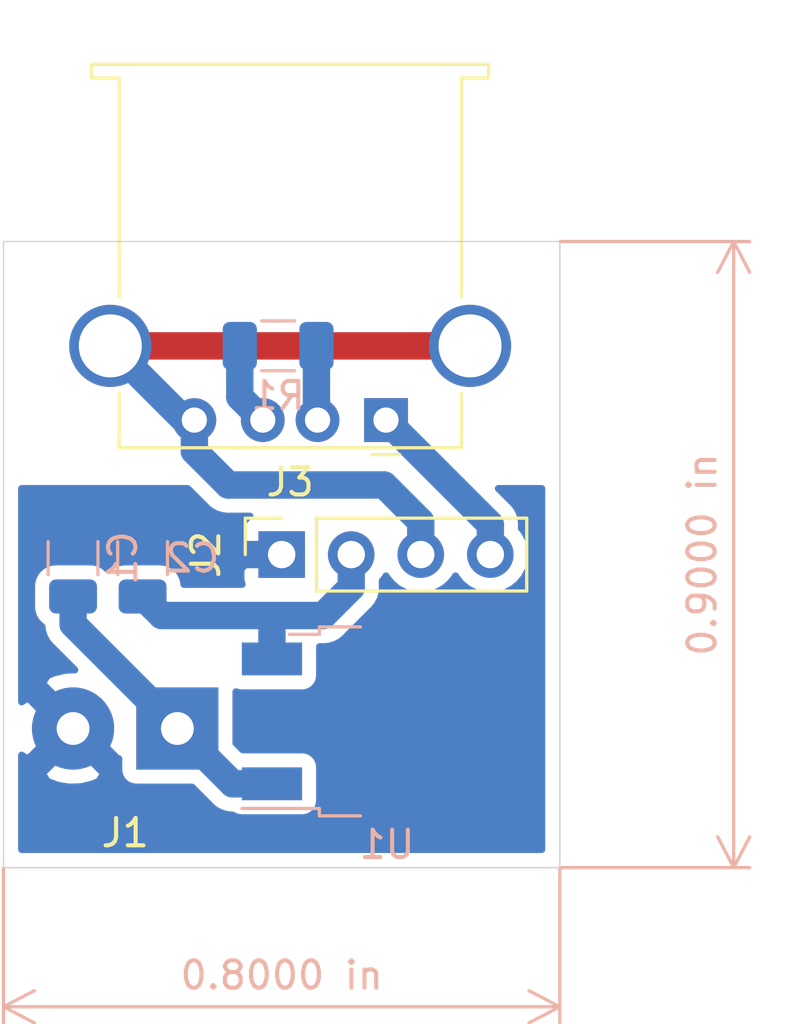
<source format=kicad_pcb>
(kicad_pcb (version 20171130) (host pcbnew 5.1.4-e60b266~84~ubuntu18.04.1)

  (general
    (thickness 1.6)
    (drawings 6)
    (tracks 27)
    (zones 0)
    (modules 7)
    (nets 8)
  )

  (page A4)
  (layers
    (0 F.Cu signal)
    (31 B.Cu signal)
    (32 B.Adhes user)
    (33 F.Adhes user)
    (34 B.Paste user)
    (35 F.Paste user)
    (36 B.SilkS user)
    (37 F.SilkS user)
    (38 B.Mask user)
    (39 F.Mask user)
    (40 Dwgs.User user)
    (41 Cmts.User user)
    (42 Eco1.User user)
    (43 Eco2.User user)
    (44 Edge.Cuts user)
    (45 Margin user)
    (46 B.CrtYd user)
    (47 F.CrtYd user)
    (48 B.Fab user)
    (49 F.Fab user)
  )

  (setup
    (last_trace_width 1)
    (trace_clearance 0.5)
    (zone_clearance 0.508)
    (zone_45_only no)
    (trace_min 0.2)
    (via_size 0.8)
    (via_drill 0.4)
    (via_min_size 0.4)
    (via_min_drill 0.3)
    (uvia_size 0.3)
    (uvia_drill 0.1)
    (uvias_allowed no)
    (uvia_min_size 0.2)
    (uvia_min_drill 0.1)
    (edge_width 0.05)
    (segment_width 0.2)
    (pcb_text_width 0.3)
    (pcb_text_size 1.5 1.5)
    (mod_edge_width 0.12)
    (mod_text_size 1 1)
    (mod_text_width 0.15)
    (pad_size 1.524 1.524)
    (pad_drill 0.762)
    (pad_to_mask_clearance 0.051)
    (solder_mask_min_width 0.25)
    (aux_axis_origin 0 0)
    (visible_elements FFFFFF7F)
    (pcbplotparams
      (layerselection 0x010fc_ffffffff)
      (usegerberextensions false)
      (usegerberattributes false)
      (usegerberadvancedattributes false)
      (creategerberjobfile false)
      (excludeedgelayer true)
      (linewidth 0.100000)
      (plotframeref false)
      (viasonmask false)
      (mode 1)
      (useauxorigin false)
      (hpglpennumber 1)
      (hpglpenspeed 20)
      (hpglpendiameter 15.000000)
      (psnegative false)
      (psa4output false)
      (plotreference true)
      (plotvalue true)
      (plotinvisibletext false)
      (padsonsilk false)
      (subtractmaskfromsilk false)
      (outputformat 1)
      (mirror false)
      (drillshape 1)
      (scaleselection 1)
      (outputdirectory ""))
  )

  (net 0 "")
  (net 1 "Net-(C1-Pad2)")
  (net 2 "Net-(C1-Pad1)")
  (net 3 "Net-(C2-Pad1)")
  (net 4 "Net-(J2-Pad4)")
  (net 5 "Net-(J2-Pad3)")
  (net 6 "Net-(J3-Pad3)")
  (net 7 "Net-(J3-Pad2)")

  (net_class Default "This is the default net class."
    (clearance 0.5)
    (trace_width 1)
    (via_dia 0.8)
    (via_drill 0.4)
    (uvia_dia 0.3)
    (uvia_drill 0.1)
    (add_net "Net-(C1-Pad1)")
    (add_net "Net-(C1-Pad2)")
    (add_net "Net-(C2-Pad1)")
    (add_net "Net-(J2-Pad3)")
    (add_net "Net-(J2-Pad4)")
    (add_net "Net-(J3-Pad2)")
    (add_net "Net-(J3-Pad3)")
  )

  (module Capacitor_SMD:C_1206_3216Metric (layer B.Cu) (tedit 5B301BBE) (tstamp 5D9D33D8)
    (at 66.04 40.77 90)
    (descr "Capacitor SMD 1206 (3216 Metric), square (rectangular) end terminal, IPC_7351 nominal, (Body size source: http://www.tortai-tech.com/upload/download/2011102023233369053.pdf), generated with kicad-footprint-generator")
    (tags capacitor)
    (path /5D9E6E63)
    (attr smd)
    (fp_text reference C2 (at 0 1.82 180) (layer B.SilkS)
      (effects (font (size 1 1) (thickness 0.15)) (justify mirror))
    )
    (fp_text value "0.1 uF" (at 0 -1.82 270) (layer B.Fab)
      (effects (font (size 1 1) (thickness 0.15)) (justify mirror))
    )
    (fp_line (start 2.28 -1.12) (end -2.28 -1.12) (layer B.CrtYd) (width 0.05))
    (fp_line (start 2.28 1.12) (end 2.28 -1.12) (layer B.CrtYd) (width 0.05))
    (fp_line (start -2.28 1.12) (end 2.28 1.12) (layer B.CrtYd) (width 0.05))
    (fp_line (start -2.28 -1.12) (end -2.28 1.12) (layer B.CrtYd) (width 0.05))
    (fp_line (start -0.602064 -0.91) (end 0.602064 -0.91) (layer B.SilkS) (width 0.12))
    (fp_line (start -0.602064 0.91) (end 0.602064 0.91) (layer B.SilkS) (width 0.12))
    (fp_line (start 1.6 -0.8) (end -1.6 -0.8) (layer B.Fab) (width 0.1))
    (fp_line (start 1.6 0.8) (end 1.6 -0.8) (layer B.Fab) (width 0.1))
    (fp_line (start -1.6 0.8) (end 1.6 0.8) (layer B.Fab) (width 0.1))
    (fp_line (start -1.6 -0.8) (end -1.6 0.8) (layer B.Fab) (width 0.1))
    (pad 2 smd roundrect (at 1.4 0 90) (size 1.25 1.75) (layers B.Cu B.Paste B.Mask) (roundrect_rratio 0.2)
      (net 1 "Net-(C1-Pad2)"))
    (pad 1 smd roundrect (at -1.4 0 90) (size 1.25 1.75) (layers B.Cu B.Paste B.Mask) (roundrect_rratio 0.2)
      (net 3 "Net-(C2-Pad1)"))
    (model ${KISYS3DMOD}/Capacitor_SMD.3dshapes/C_1206_3216Metric.wrl
      (at (xyz 0 0 0))
      (scale (xyz 1 1 1))
      (rotate (xyz 0 0 0))
    )
  )

  (module Capacitor_SMD:C_1206_3216Metric (layer B.Cu) (tedit 5B301BBE) (tstamp 5D9D38C6)
    (at 63.5 40.77 90)
    (descr "Capacitor SMD 1206 (3216 Metric), square (rectangular) end terminal, IPC_7351 nominal, (Body size source: http://www.tortai-tech.com/upload/download/2011102023233369053.pdf), generated with kicad-footprint-generator")
    (tags capacitor)
    (path /5D9E6C06)
    (attr smd)
    (fp_text reference C1 (at 0 1.82 270) (layer B.SilkS)
      (effects (font (size 1 1) (thickness 0.15)) (justify mirror))
    )
    (fp_text value 0.33uF (at 0 -1.82 270) (layer B.Fab)
      (effects (font (size 1 1) (thickness 0.15)) (justify mirror))
    )
    (fp_text user %R (at 0 0 270) (layer B.Fab)
      (effects (font (size 0.8 0.8) (thickness 0.12)) (justify mirror))
    )
    (fp_line (start 2.28 -1.12) (end -2.28 -1.12) (layer B.CrtYd) (width 0.05))
    (fp_line (start 2.28 1.12) (end 2.28 -1.12) (layer B.CrtYd) (width 0.05))
    (fp_line (start -2.28 1.12) (end 2.28 1.12) (layer B.CrtYd) (width 0.05))
    (fp_line (start -2.28 -1.12) (end -2.28 1.12) (layer B.CrtYd) (width 0.05))
    (fp_line (start -0.602064 -0.91) (end 0.602064 -0.91) (layer B.SilkS) (width 0.12))
    (fp_line (start -0.602064 0.91) (end 0.602064 0.91) (layer B.SilkS) (width 0.12))
    (fp_line (start 1.6 -0.8) (end -1.6 -0.8) (layer B.Fab) (width 0.1))
    (fp_line (start 1.6 0.8) (end 1.6 -0.8) (layer B.Fab) (width 0.1))
    (fp_line (start -1.6 0.8) (end 1.6 0.8) (layer B.Fab) (width 0.1))
    (fp_line (start -1.6 -0.8) (end -1.6 0.8) (layer B.Fab) (width 0.1))
    (pad 2 smd roundrect (at 1.4 0 90) (size 1.25 1.75) (layers B.Cu B.Paste B.Mask) (roundrect_rratio 0.2)
      (net 1 "Net-(C1-Pad2)"))
    (pad 1 smd roundrect (at -1.4 0 90) (size 1.25 1.75) (layers B.Cu B.Paste B.Mask) (roundrect_rratio 0.2)
      (net 2 "Net-(C1-Pad1)"))
    (model ${KISYS3DMOD}/Capacitor_SMD.3dshapes/C_1206_3216Metric.wrl
      (at (xyz 0 0 0))
      (scale (xyz 1 1 1))
      (rotate (xyz 0 0 0))
    )
  )

  (module Resistor_SMD:R_1206_3216Metric (layer B.Cu) (tedit 5B301BBD) (tstamp 5D9E2EBA)
    (at 70.99 33.02)
    (descr "Resistor SMD 1206 (3216 Metric), square (rectangular) end terminal, IPC_7351 nominal, (Body size source: http://www.tortai-tech.com/upload/download/2011102023233369053.pdf), generated with kicad-footprint-generator")
    (tags resistor)
    (path /5D9E3135)
    (attr smd)
    (fp_text reference R1 (at 0 1.82) (layer B.SilkS)
      (effects (font (size 1 1) (thickness 0.15)) (justify mirror))
    )
    (fp_text value 10k (at 0 -1.82) (layer B.Fab)
      (effects (font (size 1 1) (thickness 0.15)) (justify mirror))
    )
    (fp_text user %R (at 0 0) (layer B.Fab)
      (effects (font (size 0.8 0.8) (thickness 0.12)) (justify mirror))
    )
    (fp_line (start 2.28 -1.12) (end -2.28 -1.12) (layer B.CrtYd) (width 0.05))
    (fp_line (start 2.28 1.12) (end 2.28 -1.12) (layer B.CrtYd) (width 0.05))
    (fp_line (start -2.28 1.12) (end 2.28 1.12) (layer B.CrtYd) (width 0.05))
    (fp_line (start -2.28 -1.12) (end -2.28 1.12) (layer B.CrtYd) (width 0.05))
    (fp_line (start -0.602064 -0.91) (end 0.602064 -0.91) (layer B.SilkS) (width 0.12))
    (fp_line (start -0.602064 0.91) (end 0.602064 0.91) (layer B.SilkS) (width 0.12))
    (fp_line (start 1.6 -0.8) (end -1.6 -0.8) (layer B.Fab) (width 0.1))
    (fp_line (start 1.6 0.8) (end 1.6 -0.8) (layer B.Fab) (width 0.1))
    (fp_line (start -1.6 0.8) (end 1.6 0.8) (layer B.Fab) (width 0.1))
    (fp_line (start -1.6 -0.8) (end -1.6 0.8) (layer B.Fab) (width 0.1))
    (pad 2 smd roundrect (at 1.4 0) (size 1.25 1.75) (layers B.Cu B.Paste B.Mask) (roundrect_rratio 0.2)
      (net 7 "Net-(J3-Pad2)"))
    (pad 1 smd roundrect (at -1.4 0) (size 1.25 1.75) (layers B.Cu B.Paste B.Mask) (roundrect_rratio 0.2)
      (net 6 "Net-(J3-Pad3)"))
    (model ${KISYS3DMOD}/Resistor_SMD.3dshapes/R_1206_3216Metric.wrl
      (at (xyz 0 0 0))
      (scale (xyz 1 1 1))
      (rotate (xyz 0 0 0))
    )
  )

  (module Connector_USB:USB_A_Stewart_SS-52100-001_Horizontal (layer F.Cu) (tedit 5CB49A87) (tstamp 5D9D358D)
    (at 74.93 35.73 180)
    (descr "USB A connector https://belfuse.com/resources/drawings/stewartconnector/dr-stw-ss-52100-001.pdf")
    (tags "USB_A Female Connector receptacle")
    (path /5D9CDA60)
    (fp_text reference J3 (at 3.5 -2.26) (layer F.SilkS)
      (effects (font (size 1 1) (thickness 0.15)))
    )
    (fp_text value USB_A (at 3.5 14.49) (layer F.Fab)
      (effects (font (size 1 1) (thickness 0.15)))
    )
    (fp_line (start -5.15 1.99) (end -4.25 0.69) (layer F.CrtYd) (width 0.05))
    (fp_line (start -5.15 3.44) (end -5.15 1.99) (layer F.CrtYd) (width 0.05))
    (fp_line (start -3.25 4.74) (end -4.25 4.74) (layer F.CrtYd) (width 0.05))
    (fp_line (start -5.15 3.44) (end -4.25 4.74) (layer F.CrtYd) (width 0.05))
    (fp_line (start -3.25 0.69) (end -4.25 0.69) (layer F.CrtYd) (width 0.05))
    (fp_line (start 12.15 3.44) (end 11.25 4.74) (layer F.CrtYd) (width 0.05))
    (fp_line (start -3.25 0.69) (end -3.25 -1.51) (layer F.CrtYd) (width 0.05))
    (fp_line (start 10.25 -1.51) (end -3.25 -1.51) (layer F.CrtYd) (width 0.05))
    (fp_line (start 10.25 0.69) (end 10.25 -1.51) (layer F.CrtYd) (width 0.05))
    (fp_line (start 12.15 1.99) (end 12.15 3.44) (layer F.CrtYd) (width 0.05))
    (fp_line (start 10.25 0.69) (end 11.25 0.69) (layer F.CrtYd) (width 0.05))
    (fp_line (start 12.15 1.99) (end 11.25 0.69) (layer F.CrtYd) (width 0.05))
    (fp_line (start 10.75 12.49) (end 10.75 12.99) (layer F.Fab) (width 0.1))
    (fp_line (start 9.75 12.49) (end 10.75 12.49) (layer F.Fab) (width 0.1))
    (fp_line (start -3.75 12.49) (end -2.75 12.49) (layer F.Fab) (width 0.1))
    (fp_line (start -3.75 12.99) (end -3.75 12.49) (layer F.Fab) (width 0.1))
    (fp_line (start -3.75 12.99) (end 10.75 12.99) (layer F.Fab) (width 0.1))
    (fp_line (start -2.75 12.49) (end -2.75 -1.01) (layer F.Fab) (width 0.1))
    (fp_line (start -2.75 -1.01) (end 9.75 -1.01) (layer F.Fab) (width 0.1))
    (fp_line (start 9.75 12.49) (end 9.75 -1.01) (layer F.Fab) (width 0.1))
    (fp_text user %R (at 3.5 5.99) (layer F.Fab)
      (effects (font (size 1 1) (thickness 0.15)))
    )
    (fp_line (start -3.75 12.99) (end 10.75 12.99) (layer F.SilkS) (width 0.12))
    (fp_line (start 10.75 12.99) (end 10.75 12.49) (layer F.SilkS) (width 0.12))
    (fp_line (start 10.75 12.49) (end 9.75 12.49) (layer F.SilkS) (width 0.12))
    (fp_line (start 9.75 12.49) (end 9.75 4.49) (layer F.SilkS) (width 0.12))
    (fp_line (start 9.75 0.99) (end 9.75 -1.01) (layer F.SilkS) (width 0.12))
    (fp_line (start 9.75 -1.01) (end -2.75 -1.01) (layer F.SilkS) (width 0.12))
    (fp_line (start -2.75 -1.01) (end -2.75 0.99) (layer F.SilkS) (width 0.12))
    (fp_line (start -2.75 4.49) (end -2.75 12.49) (layer F.SilkS) (width 0.12))
    (fp_line (start -2.75 12.49) (end -3.75 12.49) (layer F.SilkS) (width 0.12))
    (fp_line (start -3.75 12.49) (end -3.75 12.99) (layer F.SilkS) (width 0.12))
    (fp_line (start -0.5 -1.26) (end 0.5 -1.26) (layer F.SilkS) (width 0.12))
    (fp_line (start -0.25 -1.01) (end 0 -0.76) (layer F.Fab) (width 0.1))
    (fp_line (start 0 -0.76) (end 0.25 -1.01) (layer F.Fab) (width 0.1))
    (fp_line (start -3.25 4.74) (end -3.25 11.99) (layer F.CrtYd) (width 0.05))
    (fp_line (start -3.25 11.99) (end -4.25 11.99) (layer F.CrtYd) (width 0.05))
    (fp_line (start -4.25 11.99) (end -4.25 13.49) (layer F.CrtYd) (width 0.05))
    (fp_line (start -4.25 13.49) (end 11.25 13.49) (layer F.CrtYd) (width 0.05))
    (fp_line (start 11.25 13.49) (end 11.25 11.99) (layer F.CrtYd) (width 0.05))
    (fp_line (start 11.25 11.99) (end 10.25 11.99) (layer F.CrtYd) (width 0.05))
    (fp_line (start 10.25 11.99) (end 10.25 4.74) (layer F.CrtYd) (width 0.05))
    (fp_line (start 10.25 4.74) (end 11.25 4.74) (layer F.CrtYd) (width 0.05))
    (pad 4 thru_hole circle (at 7 0 180) (size 1.6 1.6) (drill 0.92) (layers *.Cu *.Mask)
      (net 5 "Net-(J2-Pad3)"))
    (pad 3 thru_hole circle (at 4.5 0 180) (size 1.6 1.6) (drill 0.92) (layers *.Cu *.Mask)
      (net 6 "Net-(J3-Pad3)"))
    (pad 2 thru_hole circle (at 2.5 0 180) (size 1.6 1.6) (drill 0.92) (layers *.Cu *.Mask)
      (net 7 "Net-(J3-Pad2)"))
    (pad 1 thru_hole rect (at 0 0 180) (size 1.6 1.6) (drill 0.92) (layers *.Cu *.Mask)
      (net 4 "Net-(J2-Pad4)"))
    (pad 5 thru_hole circle (at -3.07 2.71 180) (size 3 3) (drill 2.3) (layers *.Cu *.Mask)
      (net 5 "Net-(J2-Pad3)"))
    (pad 5 thru_hole circle (at 10.07 2.71 180) (size 3 3) (drill 2.3) (layers *.Cu *.Mask)
      (net 5 "Net-(J2-Pad3)"))
    (model ${KISYS3DMOD}/Connector_USB.3dshapes/USB_A_Stewart_SS-52100-001_Horizontal.wrl
      (at (xyz 0 0 0))
      (scale (xyz 1 1 1))
      (rotate (xyz 0 0 0))
    )
  )

  (module Package_TO_SOT_SMD:TO-252-2 (layer B.Cu) (tedit 5A70A390) (tstamp 5D9F8C40)
    (at 74.965 46.73)
    (descr "TO-252 / DPAK SMD package, http://www.infineon.com/cms/en/product/packages/PG-TO252/PG-TO252-3-1/")
    (tags "DPAK TO-252 DPAK-3 TO-252-3 SOT-428")
    (path /5D9CDEC0)
    (attr smd)
    (fp_text reference U1 (at 0 4.5 180) (layer B.SilkS)
      (effects (font (size 1 1) (thickness 0.15)) (justify mirror))
    )
    (fp_text value LM78M05_TO252 (at 0 -4.5 180) (layer B.Fab)
      (effects (font (size 1 1) (thickness 0.15)) (justify mirror))
    )
    (fp_text user %R (at 0 0 180) (layer B.Fab)
      (effects (font (size 1 1) (thickness 0.15)) (justify mirror))
    )
    (fp_line (start 5.55 3.5) (end -5.55 3.5) (layer B.CrtYd) (width 0.05))
    (fp_line (start 5.55 -3.5) (end 5.55 3.5) (layer B.CrtYd) (width 0.05))
    (fp_line (start -5.55 -3.5) (end 5.55 -3.5) (layer B.CrtYd) (width 0.05))
    (fp_line (start -5.55 3.5) (end -5.55 -3.5) (layer B.CrtYd) (width 0.05))
    (fp_line (start -2.47 -3.18) (end -3.57 -3.18) (layer B.SilkS) (width 0.12))
    (fp_line (start -2.47 -3.45) (end -2.47 -3.18) (layer B.SilkS) (width 0.12))
    (fp_line (start -0.97 -3.45) (end -2.47 -3.45) (layer B.SilkS) (width 0.12))
    (fp_line (start -2.47 3.18) (end -5.3 3.18) (layer B.SilkS) (width 0.12))
    (fp_line (start -2.47 3.45) (end -2.47 3.18) (layer B.SilkS) (width 0.12))
    (fp_line (start -0.97 3.45) (end -2.47 3.45) (layer B.SilkS) (width 0.12))
    (fp_line (start -4.97 -2.655) (end -2.27 -2.655) (layer B.Fab) (width 0.1))
    (fp_line (start -4.97 -1.905) (end -4.97 -2.655) (layer B.Fab) (width 0.1))
    (fp_line (start -2.27 -1.905) (end -4.97 -1.905) (layer B.Fab) (width 0.1))
    (fp_line (start -4.97 1.905) (end -2.27 1.905) (layer B.Fab) (width 0.1))
    (fp_line (start -4.97 2.655) (end -4.97 1.905) (layer B.Fab) (width 0.1))
    (fp_line (start -1.865 2.655) (end -4.97 2.655) (layer B.Fab) (width 0.1))
    (fp_line (start -1.27 3.25) (end 3.95 3.25) (layer B.Fab) (width 0.1))
    (fp_line (start -2.27 2.25) (end -1.27 3.25) (layer B.Fab) (width 0.1))
    (fp_line (start -2.27 -3.25) (end -2.27 2.25) (layer B.Fab) (width 0.1))
    (fp_line (start 3.95 -3.25) (end -2.27 -3.25) (layer B.Fab) (width 0.1))
    (fp_line (start 3.95 3.25) (end 3.95 -3.25) (layer B.Fab) (width 0.1))
    (fp_line (start 4.95 -2.7) (end 3.95 -2.7) (layer B.Fab) (width 0.1))
    (fp_line (start 4.95 2.7) (end 4.95 -2.7) (layer B.Fab) (width 0.1))
    (fp_line (start 3.95 2.7) (end 4.95 2.7) (layer B.Fab) (width 0.1))
    (pad "" smd rect (at 0.425 -1.525) (size 3.05 2.75) (layers B.Paste))
    (pad "" smd rect (at 3.775 1.525) (size 3.05 2.75) (layers B.Paste))
    (pad "" smd rect (at 0.425 1.525) (size 3.05 2.75) (layers B.Paste))
    (pad "" smd rect (at 3.775 -1.525) (size 3.05 2.75) (layers B.Paste))
    (pad 2 smd rect (at 2.1 0) (size 6.4 5.8) (layers B.Cu B.Mask)
      (net 1 "Net-(C1-Pad2)"))
    (pad 3 smd rect (at -4.2 -2.28) (size 2.2 1.2) (layers B.Cu B.Paste B.Mask)
      (net 3 "Net-(C2-Pad1)"))
    (pad 1 smd rect (at -4.2 2.28) (size 2.2 1.2) (layers B.Cu B.Paste B.Mask)
      (net 2 "Net-(C1-Pad1)"))
    (model ${KISYS3DMOD}/Package_TO_SOT_SMD.3dshapes/TO-252-2.wrl
      (at (xyz 0 0 0))
      (scale (xyz 1 1 1))
      (rotate (xyz 0 0 0))
    )
  )

  (module Connector_PinSocket_2.54mm:PinSocket_1x04_P2.54mm_Vertical (layer F.Cu) (tedit 5A19A429) (tstamp 5D9D3706)
    (at 71.12 40.64 90)
    (descr "Through hole straight socket strip, 1x04, 2.54mm pitch, single row (from Kicad 4.0.7), script generated")
    (tags "Through hole socket strip THT 1x04 2.54mm single row")
    (path /5D9D4B1C)
    (fp_text reference J2 (at 0 -2.77 90) (layer F.SilkS)
      (effects (font (size 1 1) (thickness 0.15)))
    )
    (fp_text value AM1S-1205SZ (at 0 10.39 90) (layer F.Fab)
      (effects (font (size 1 1) (thickness 0.15)))
    )
    (fp_text user %R (at 0 3.81) (layer F.Fab)
      (effects (font (size 1 1) (thickness 0.15)))
    )
    (fp_line (start -1.8 9.4) (end -1.8 -1.8) (layer F.CrtYd) (width 0.05))
    (fp_line (start 1.75 9.4) (end -1.8 9.4) (layer F.CrtYd) (width 0.05))
    (fp_line (start 1.75 -1.8) (end 1.75 9.4) (layer F.CrtYd) (width 0.05))
    (fp_line (start -1.8 -1.8) (end 1.75 -1.8) (layer F.CrtYd) (width 0.05))
    (fp_line (start 0 -1.33) (end 1.33 -1.33) (layer F.SilkS) (width 0.12))
    (fp_line (start 1.33 -1.33) (end 1.33 0) (layer F.SilkS) (width 0.12))
    (fp_line (start 1.33 1.27) (end 1.33 8.95) (layer F.SilkS) (width 0.12))
    (fp_line (start -1.33 8.95) (end 1.33 8.95) (layer F.SilkS) (width 0.12))
    (fp_line (start -1.33 1.27) (end -1.33 8.95) (layer F.SilkS) (width 0.12))
    (fp_line (start -1.33 1.27) (end 1.33 1.27) (layer F.SilkS) (width 0.12))
    (fp_line (start -1.27 8.89) (end -1.27 -1.27) (layer F.Fab) (width 0.1))
    (fp_line (start 1.27 8.89) (end -1.27 8.89) (layer F.Fab) (width 0.1))
    (fp_line (start 1.27 -0.635) (end 1.27 8.89) (layer F.Fab) (width 0.1))
    (fp_line (start 0.635 -1.27) (end 1.27 -0.635) (layer F.Fab) (width 0.1))
    (fp_line (start -1.27 -1.27) (end 0.635 -1.27) (layer F.Fab) (width 0.1))
    (pad 4 thru_hole oval (at 0 7.62 90) (size 1.7 1.7) (drill 1) (layers *.Cu *.Mask)
      (net 4 "Net-(J2-Pad4)"))
    (pad 3 thru_hole oval (at 0 5.08 90) (size 1.7 1.7) (drill 1) (layers *.Cu *.Mask)
      (net 5 "Net-(J2-Pad3)"))
    (pad 2 thru_hole oval (at 0 2.54 90) (size 1.7 1.7) (drill 1) (layers *.Cu *.Mask)
      (net 3 "Net-(C2-Pad1)"))
    (pad 1 thru_hole rect (at 0 0 90) (size 1.7 1.7) (drill 1) (layers *.Cu *.Mask)
      (net 1 "Net-(C1-Pad2)"))
    (model ${KISYS3DMOD}/Connector_PinSocket_2.54mm.3dshapes/PinSocket_1x04_P2.54mm_Vertical.wrl
      (at (xyz 0 0 0))
      (scale (xyz 1 1 1))
      (rotate (xyz 0 0 0))
    )
  )

  (module Connector_Wire:SolderWirePad_1x02_P3.81mm_Drill1.2mm (layer F.Cu) (tedit 5AEE5EF3) (tstamp 5D9D33E3)
    (at 67.31 46.99 180)
    (descr "Wire solder connection")
    (tags connector)
    (path /5D9D7B64)
    (attr virtual)
    (fp_text reference J1 (at 1.905 -3.81) (layer F.SilkS)
      (effects (font (size 1 1) (thickness 0.15)))
    )
    (fp_text value PWR (at 1.905 3.81) (layer F.Fab)
      (effects (font (size 1 1) (thickness 0.15)))
    )
    (fp_line (start 5.81 2) (end -1.99 2) (layer F.CrtYd) (width 0.05))
    (fp_line (start 5.81 2) (end 5.81 -2) (layer F.CrtYd) (width 0.05))
    (fp_line (start -1.99 -2) (end -1.99 2) (layer F.CrtYd) (width 0.05))
    (fp_line (start -1.99 -2) (end 5.81 -2) (layer F.CrtYd) (width 0.05))
    (fp_text user %R (at 1.905 0) (layer F.Fab)
      (effects (font (size 1 1) (thickness 0.15)))
    )
    (pad 2 thru_hole circle (at 3.81 0 180) (size 2.99974 2.99974) (drill 1.19888) (layers *.Cu *.Mask)
      (net 1 "Net-(C1-Pad2)"))
    (pad 1 thru_hole rect (at 0 0 180) (size 2.99974 2.99974) (drill 1.19888) (layers *.Cu *.Mask)
      (net 2 "Net-(C1-Pad1)"))
  )

  (dimension 20.32 (width 0.12) (layer B.SilkS)
    (gr_text "20,320 mm" (at 71.12 58.42) (layer B.SilkS)
      (effects (font (size 1 1) (thickness 0.15)))
    )
    (feature1 (pts (xy 81.28 52.07) (xy 81.28 57.736421)))
    (feature2 (pts (xy 60.96 52.07) (xy 60.96 57.736421)))
    (crossbar (pts (xy 60.96 57.15) (xy 81.28 57.15)))
    (arrow1a (pts (xy 81.28 57.15) (xy 80.153496 57.736421)))
    (arrow1b (pts (xy 81.28 57.15) (xy 80.153496 56.563579)))
    (arrow2a (pts (xy 60.96 57.15) (xy 62.086504 57.736421)))
    (arrow2b (pts (xy 60.96 57.15) (xy 62.086504 56.563579)))
  )
  (dimension 22.86 (width 0.12) (layer B.SilkS)
    (gr_text "22,860 mm" (at 88.9 40.64 90) (layer B.SilkS)
      (effects (font (size 1 1) (thickness 0.15)))
    )
    (feature1 (pts (xy 81.28 29.21) (xy 88.216421 29.21)))
    (feature2 (pts (xy 81.28 52.07) (xy 88.216421 52.07)))
    (crossbar (pts (xy 87.63 52.07) (xy 87.63 29.21)))
    (arrow1a (pts (xy 87.63 29.21) (xy 88.216421 30.336504)))
    (arrow1b (pts (xy 87.63 29.21) (xy 87.043579 30.336504)))
    (arrow2a (pts (xy 87.63 52.07) (xy 88.216421 50.943496)))
    (arrow2b (pts (xy 87.63 52.07) (xy 87.043579 50.943496)))
  )
  (gr_line (start 60.96 52.07) (end 60.96 29.21) (layer Edge.Cuts) (width 0.05) (tstamp 5D9F89AC))
  (gr_line (start 81.28 52.07) (end 60.96 52.07) (layer Edge.Cuts) (width 0.05))
  (gr_line (start 81.28 29.21) (end 81.28 52.07) (layer Edge.Cuts) (width 0.05))
  (gr_line (start 60.96 29.21) (end 81.28 29.21) (layer Edge.Cuts) (width 0.05))

  (segment (start 70.265 49.01) (end 70.765 49.01) (width 1) (layer B.Cu) (net 2))
  (segment (start 69.33 49.01) (end 67.31 46.99) (width 1) (layer B.Cu) (net 2))
  (segment (start 70.765 49.01) (end 69.33 49.01) (width 1) (layer B.Cu) (net 2))
  (segment (start 63.5 43.18) (end 67.31 46.99) (width 1) (layer B.Cu) (net 2))
  (segment (start 63.5 42.17) (end 63.5 43.18) (width 1) (layer B.Cu) (net 2))
  (segment (start 73.66 41.842081) (end 73.66 40.64) (width 1) (layer B.Cu) (net 3))
  (segment (start 72.636371 42.86571) (end 73.66 41.842081) (width 1) (layer B.Cu) (net 3))
  (segment (start 70.765 44.45) (end 70.765 42.90642) (width 1) (layer B.Cu) (net 3))
  (segment (start 70.765 42.90642) (end 70.80571 42.86571) (width 1) (layer B.Cu) (net 3))
  (segment (start 70.80571 42.86571) (end 72.636371 42.86571) (width 1) (layer B.Cu) (net 3))
  (segment (start 66.73571 42.86571) (end 66.04 42.17) (width 1) (layer B.Cu) (net 3))
  (segment (start 70.80571 42.86571) (end 66.73571 42.86571) (width 1) (layer B.Cu) (net 3))
  (segment (start 78.74 39.54) (end 74.93 35.73) (width 1) (layer B.Cu) (net 4))
  (segment (start 78.74 40.64) (end 78.74 39.54) (width 1) (layer B.Cu) (net 4))
  (segment (start 64.86 33.02) (end 78 33.02) (width 1) (layer F.Cu) (net 5))
  (segment (start 64.86 33.02) (end 65.22 33.02) (width 1) (layer B.Cu) (net 5))
  (segment (start 67.57 35.73) (end 64.86 33.02) (width 1) (layer B.Cu) (net 5))
  (segment (start 67.93 35.73) (end 67.57 35.73) (width 1) (layer B.Cu) (net 5))
  (segment (start 67.93 36.86137) (end 67.93 35.73) (width 1) (layer B.Cu) (net 5))
  (segment (start 69.16863 38.1) (end 67.93 36.86137) (width 1) (layer B.Cu) (net 5))
  (segment (start 74.862081 38.1) (end 69.16863 38.1) (width 1) (layer B.Cu) (net 5))
  (segment (start 76.2 39.437919) (end 74.862081 38.1) (width 1) (layer B.Cu) (net 5))
  (segment (start 76.2 40.64) (end 76.2 39.437919) (width 1) (layer B.Cu) (net 5))
  (segment (start 69.59 34.89) (end 70.43 35.73) (width 1) (layer B.Cu) (net 6))
  (segment (start 69.59 33.02) (end 69.59 34.89) (width 1) (layer B.Cu) (net 6))
  (segment (start 72.39 35.69) (end 72.43 35.73) (width 1) (layer B.Cu) (net 7))
  (segment (start 72.39 33.02) (end 72.39 35.69) (width 1) (layer B.Cu) (net 7))

  (zone (net 1) (net_name "Net-(C1-Pad2)") (layer B.Cu) (tstamp 0) (hatch edge 0.508)
    (connect_pads thru_hole_only (clearance 0.508))
    (min_thickness 0.254)
    (fill yes (arc_segments 32) (thermal_gap 0.508) (thermal_bridge_width 1))
    (polygon
      (pts
        (xy 60.96 38.1) (xy 81.28 38.1) (xy 81.28 52.07) (xy 60.96 52.07)
      )
    )
    (filled_polygon
      (pts
        (xy 68.326638 38.86314) (xy 68.362181 38.906449) (xy 68.535007 39.048284) (xy 68.732183 39.153676) (xy 68.946131 39.218577)
        (xy 69.112878 39.235) (xy 69.112887 39.235) (xy 69.168629 39.24049) (xy 69.224371 39.235) (xy 69.961272 39.235)
        (xy 69.915506 39.259463) (xy 69.818815 39.338815) (xy 69.739463 39.435506) (xy 69.680498 39.54582) (xy 69.644188 39.665518)
        (xy 69.631928 39.79) (xy 69.635 40.10825) (xy 69.79375 40.267) (xy 70.747 40.267) (xy 70.747 40.247)
        (xy 71.493 40.247) (xy 71.493 40.267) (xy 71.513 40.267) (xy 71.513 41.013) (xy 71.493 41.013)
        (xy 71.493 41.033) (xy 70.747 41.033) (xy 70.747 41.013) (xy 69.79375 41.013) (xy 69.635 41.17175)
        (xy 69.631928 41.49) (xy 69.644188 41.614482) (xy 69.679445 41.73071) (xy 67.54674 41.73071) (xy 67.536008 41.621746)
        (xy 67.485472 41.45515) (xy 67.403405 41.301614) (xy 67.292962 41.167038) (xy 67.158386 41.056595) (xy 67.00485 40.974528)
        (xy 66.838254 40.923992) (xy 66.665 40.906928) (xy 65.415 40.906928) (xy 65.241746 40.923992) (xy 65.07515 40.974528)
        (xy 64.921614 41.056595) (xy 64.787038 41.167038) (xy 64.77 41.187799) (xy 64.752962 41.167038) (xy 64.618386 41.056595)
        (xy 64.46485 40.974528) (xy 64.298254 40.923992) (xy 64.125 40.906928) (xy 62.875 40.906928) (xy 62.701746 40.923992)
        (xy 62.53515 40.974528) (xy 62.381614 41.056595) (xy 62.247038 41.167038) (xy 62.136595 41.301614) (xy 62.054528 41.45515)
        (xy 62.003992 41.621746) (xy 61.986928 41.795) (xy 61.986928 42.545) (xy 62.003992 42.718254) (xy 62.054528 42.88485)
        (xy 62.136595 43.038386) (xy 62.247038 43.172962) (xy 62.368645 43.272762) (xy 62.381423 43.402499) (xy 62.446324 43.616447)
        (xy 62.551717 43.813623) (xy 62.693552 43.986449) (xy 62.73686 44.021991) (xy 63.566046 44.851177) (xy 63.210226 44.864462)
        (xy 62.801122 44.961836) (xy 62.560054 45.061689) (xy 62.384103 45.346602) (xy 63.5 46.462498) (xy 63.514142 46.448356)
        (xy 64.041644 46.975858) (xy 64.027502 46.99) (xy 65.143398 48.105897) (xy 65.172058 48.088198) (xy 65.172058 48.48987)
        (xy 65.184318 48.614352) (xy 65.220628 48.73405) (xy 65.279593 48.844364) (xy 65.358945 48.941055) (xy 65.455636 49.020407)
        (xy 65.56595 49.079372) (xy 65.685648 49.115682) (xy 65.81013 49.127942) (xy 67.84281 49.127942) (xy 68.488009 49.773141)
        (xy 68.523551 49.816449) (xy 68.696377 49.958284) (xy 68.893553 50.063676) (xy 69.107501 50.128577) (xy 69.274248 50.145)
        (xy 69.274257 50.145) (xy 69.328929 50.150385) (xy 69.42082 50.199502) (xy 69.540518 50.235812) (xy 69.665 50.248072)
        (xy 71.865 50.248072) (xy 71.989482 50.235812) (xy 72.10918 50.199502) (xy 72.219494 50.140537) (xy 72.316185 50.061185)
        (xy 72.395537 49.964494) (xy 72.454502 49.85418) (xy 72.490812 49.734482) (xy 72.503072 49.61) (xy 72.503072 48.41)
        (xy 72.490812 48.285518) (xy 72.454502 48.16582) (xy 72.395537 48.055506) (xy 72.316185 47.958815) (xy 72.219494 47.879463)
        (xy 72.10918 47.820498) (xy 71.989482 47.784188) (xy 71.865 47.771928) (xy 69.69706 47.771928) (xy 69.447942 47.52281)
        (xy 69.447942 45.647729) (xy 69.540518 45.675812) (xy 69.665 45.688072) (xy 71.865 45.688072) (xy 71.989482 45.675812)
        (xy 72.10918 45.639502) (xy 72.219494 45.580537) (xy 72.316185 45.501185) (xy 72.395537 45.404494) (xy 72.454502 45.29418)
        (xy 72.490812 45.174482) (xy 72.503072 45.05) (xy 72.503072 44.00071) (xy 72.58062 44.00071) (xy 72.636371 44.006201)
        (xy 72.692122 44.00071) (xy 72.692123 44.00071) (xy 72.85887 43.984287) (xy 73.072818 43.919386) (xy 73.269994 43.813994)
        (xy 73.44282 43.672159) (xy 73.478367 43.628846) (xy 74.42314 42.684073) (xy 74.466449 42.64853) (xy 74.608284 42.475704)
        (xy 74.713676 42.278528) (xy 74.778577 42.06458) (xy 74.795 41.897833) (xy 74.795 41.897832) (xy 74.800491 41.842082)
        (xy 74.795 41.78633) (xy 74.795 41.597817) (xy 74.900706 41.469014) (xy 74.93 41.414209) (xy 74.959294 41.469014)
        (xy 75.144866 41.695134) (xy 75.370986 41.880706) (xy 75.628966 42.018599) (xy 75.908889 42.103513) (xy 76.12705 42.125)
        (xy 76.27295 42.125) (xy 76.491111 42.103513) (xy 76.771034 42.018599) (xy 77.029014 41.880706) (xy 77.255134 41.695134)
        (xy 77.440706 41.469014) (xy 77.47 41.414209) (xy 77.499294 41.469014) (xy 77.684866 41.695134) (xy 77.910986 41.880706)
        (xy 78.168966 42.018599) (xy 78.448889 42.103513) (xy 78.66705 42.125) (xy 78.81295 42.125) (xy 79.031111 42.103513)
        (xy 79.311034 42.018599) (xy 79.569014 41.880706) (xy 79.795134 41.695134) (xy 79.980706 41.469014) (xy 80.118599 41.211034)
        (xy 80.203513 40.931111) (xy 80.232185 40.64) (xy 80.203513 40.348889) (xy 80.118599 40.068966) (xy 79.980706 39.810986)
        (xy 79.875 39.682183) (xy 79.875 39.595752) (xy 79.880491 39.54) (xy 79.858577 39.317501) (xy 79.793676 39.103553)
        (xy 79.688284 38.906377) (xy 79.581989 38.776856) (xy 79.581987 38.776854) (xy 79.546449 38.733551) (xy 79.503146 38.698013)
        (xy 79.032133 38.227) (xy 80.62 38.227) (xy 80.620001 51.41) (xy 61.62 51.41) (xy 61.62 48.633398)
        (xy 62.384103 48.633398) (xy 62.560054 48.918311) (xy 62.954309 49.064633) (xy 63.369535 49.131228) (xy 63.789774 49.115538)
        (xy 64.198878 49.018164) (xy 64.439946 48.918311) (xy 64.615897 48.633398) (xy 63.5 47.517502) (xy 62.384103 48.633398)
        (xy 61.62 48.633398) (xy 61.62 47.959781) (xy 61.856602 48.105897) (xy 62.972498 46.99) (xy 61.856602 45.874103)
        (xy 61.62 46.020219) (xy 61.62 38.227) (xy 67.690499 38.227)
      )
    )
  )
)

</source>
